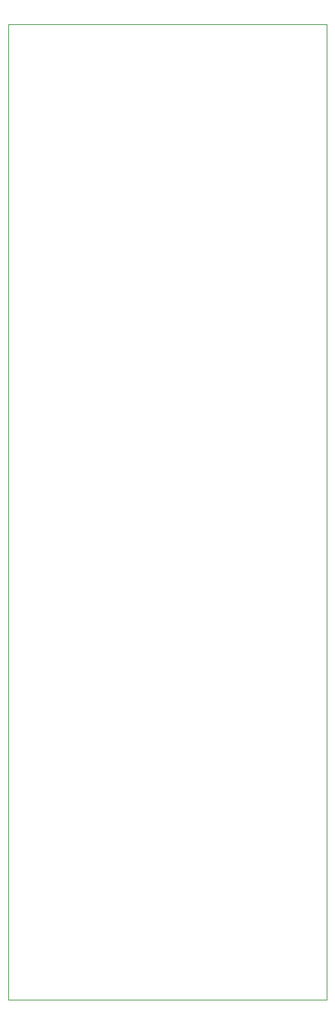
<source format=gm1>
G04 #@! TF.GenerationSoftware,KiCad,Pcbnew,(5.1.10-1-10_14)*
G04 #@! TF.CreationDate,2021-07-19T21:53:09+01:00*
G04 #@! TF.ProjectId,sofbpcb,736f6662-7063-4622-9e6b-696361645f70,1*
G04 #@! TF.SameCoordinates,Original*
G04 #@! TF.FileFunction,Profile,NP*
%FSLAX46Y46*%
G04 Gerber Fmt 4.6, Leading zero omitted, Abs format (unit mm)*
G04 Created by KiCad (PCBNEW (5.1.10-1-10_14)) date 2021-07-19 21:53:09*
%MOMM*%
%LPD*%
G01*
G04 APERTURE LIST*
G04 #@! TA.AperFunction,Profile*
%ADD10C,0.050000*%
G04 #@! TD*
G04 APERTURE END LIST*
D10*
X100000000Y-155000000D02*
X100000000Y-36000000D01*
X100000000Y-155000000D02*
X139000000Y-155000000D01*
X139000000Y-36000000D02*
X139000000Y-155000000D01*
X100000000Y-36000000D02*
X139000000Y-36000000D01*
M02*

</source>
